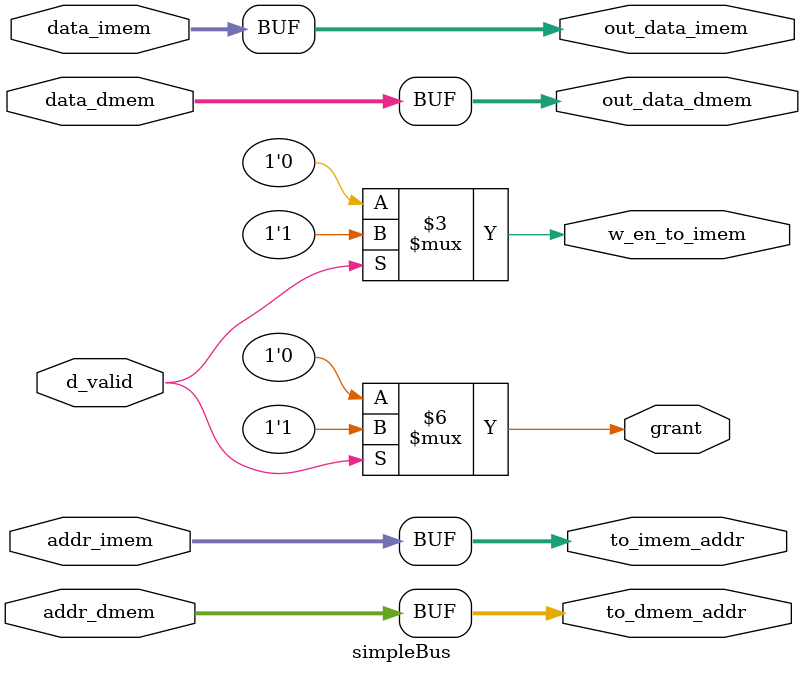
<source format=v>
`timescale 1ns/1ns
		
module simpleBus #(parameter n = 32, m=32)
				(input d_valid,
				//input w_en_to_bus_for_dmem, // this comes directly from RISC-V controller
				input [7:0] data_imem, // 8bit from imem, need 4 times to get 32-bit instr
				input [m-1:0] addr_imem,
				input [n-1:0] data_dmem,
				input [m-1:0] addr_dmem,
				//output  w_en_to_dmem, // the value of "w_en_to_bus_for_dmem" is assigned to "w_en_to_dmem"
				output reg w_en_to_imem,
				output reg grant, //grant send to StP module after receiving each 8 bit to increase the i_mem addr
				output reg [7:0] out_data_imem, // each cell of I_mem is 8-bit, thus must be fit to 32-bit by logical extention
				output [n-1:0] out_data_dmem,
				output [m-1:0] to_dmem_addr, // can be shared for both I_mem and D_mem
				output reg [m-1:0] to_imem_addr); // can be shared for both I_mem and D_mem
				
	
	assign out_data_dmem = data_dmem;
	assign to_dmem_addr = addr_dmem;
	//assign w_en_to_dmem = w_en_to_bus_for_dmem;
		
	always @(*) begin
		out_data_imem = data_imem;
		to_imem_addr = addr_imem;
		if (d_valid) begin
			grant = 1;
			w_en_to_imem = 1;
		end	
		else begin
			grant = 0;
			w_en_to_imem = 0;
		end			
	end
endmodule
</source>
